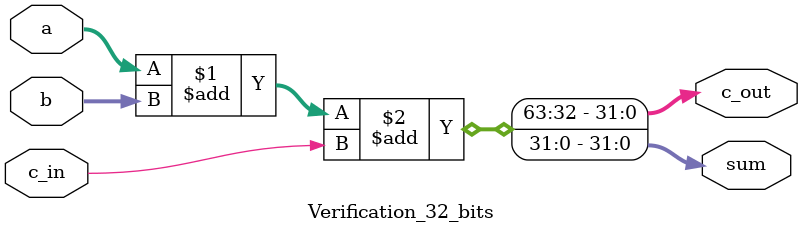
<source format=v>
`timescale 1ns / 1ps


module Verification_32_bits(a, b, c_in, sum, c_out);
    
    input  [31:0]   a, b;
	input           c_in;
	output [31:0]   c_out, sum;

	assign {c_out, sum} = a + b + c_in;

endmodule

</source>
